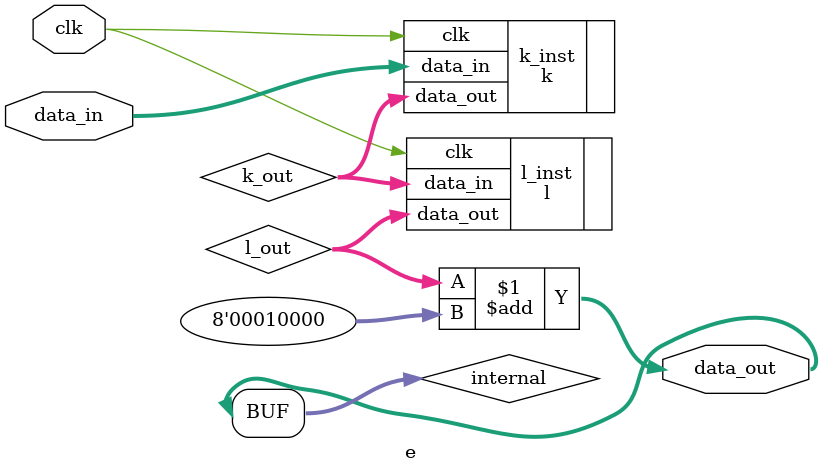
<source format=sv>
module e (
    input logic clk,
    input logic [7:0] data_in,
    output logic [7:0] data_out
);
    logic [7:0] internal;
    logic [7:0] k_out, l_out;

    // Instantiate submodules
    k k_inst (
        .clk(clk),
        .data_in(data_in),
        .data_out(k_out)
    );

    l l_inst (
        .clk(clk),
        .data_in(k_out),
        .data_out(l_out)
    );

    assign internal = l_out + 8'h10;
    assign data_out = internal;

endmodule

</source>
